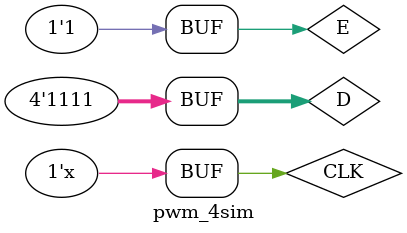
<source format=v>
`timescale 1ns / 1ps


module pwm_4sim;

	// Inputs
	reg CLK;
	reg [3:0] D;
	reg E;

	// Outputs
	wire P;
	wire X;

	// Instantiate the Unit Under Test (UUT)
	pwm_4 uut (
		.CLK(CLK), 
		.D(D), 
		.P(P), 
		.E(E), 
		.X(X)
	);

	initial begin
		// Initialize Inputs
		CLK = 0;
		D = 4'b1111;
		#10 E = 1;
	end
      always begin
		CLK=~CLK;
		#10;
		end
endmodule


</source>
